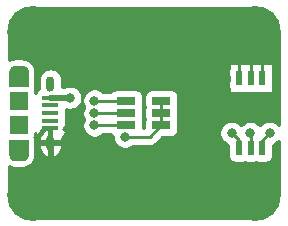
<source format=gbr>
G04 #@! TF.GenerationSoftware,KiCad,Pcbnew,(5.1.9)-1*
G04 #@! TF.CreationDate,2021-01-27T13:34:44-08:00*
G04 #@! TF.ProjectId,AnalogFaderV1,416e616c-6f67-4466-9164-657256312e6b,rev?*
G04 #@! TF.SameCoordinates,Original*
G04 #@! TF.FileFunction,Copper,L1,Top*
G04 #@! TF.FilePolarity,Positive*
%FSLAX46Y46*%
G04 Gerber Fmt 4.6, Leading zero omitted, Abs format (unit mm)*
G04 Created by KiCad (PCBNEW (5.1.9)-1) date 2021-01-27 13:34:44*
%MOMM*%
%LPD*%
G01*
G04 APERTURE LIST*
G04 #@! TA.AperFunction,EtchedComponent*
%ADD10C,0.001000*%
G04 #@! TD*
G04 #@! TA.AperFunction,ComponentPad*
%ADD11C,4.399999*%
G04 #@! TD*
G04 #@! TA.AperFunction,SMDPad,CuDef*
%ADD12R,1.350000X0.400000*%
G04 #@! TD*
G04 #@! TA.AperFunction,ComponentPad*
%ADD13O,0.650000X1.300000*%
G04 #@! TD*
G04 #@! TA.AperFunction,ComponentPad*
%ADD14O,1.550000X0.775000*%
G04 #@! TD*
G04 #@! TA.AperFunction,SMDPad,CuDef*
%ADD15R,1.550000X1.500000*%
G04 #@! TD*
G04 #@! TA.AperFunction,SMDPad,CuDef*
%ADD16R,0.500000X1.200000*%
G04 #@! TD*
G04 #@! TA.AperFunction,SMDPad,CuDef*
%ADD17R,1.600000X0.700000*%
G04 #@! TD*
G04 #@! TA.AperFunction,ViaPad*
%ADD18C,0.800000*%
G04 #@! TD*
G04 #@! TA.AperFunction,Conductor*
%ADD19C,0.457200*%
G04 #@! TD*
G04 #@! TA.AperFunction,Conductor*
%ADD20C,0.250000*%
G04 #@! TD*
G04 #@! TA.AperFunction,Conductor*
%ADD21C,0.482600*%
G04 #@! TD*
G04 #@! TA.AperFunction,Conductor*
%ADD22C,0.254000*%
G04 #@! TD*
G04 #@! TA.AperFunction,Conductor*
%ADD23C,0.100000*%
G04 #@! TD*
G04 APERTURE END LIST*
D10*
G36*
X110926900Y-51189900D02*
G01*
X112481900Y-51189900D01*
X112481900Y-52387400D01*
X112281900Y-52387400D01*
X112281562Y-52375631D01*
X112280540Y-52362648D01*
X112278841Y-52349736D01*
X112276467Y-52336931D01*
X112273427Y-52324268D01*
X112269728Y-52311781D01*
X112265381Y-52299505D01*
X112260397Y-52287473D01*
X112254791Y-52275718D01*
X112248577Y-52264273D01*
X112241772Y-52253169D01*
X112234396Y-52242437D01*
X112226467Y-52232105D01*
X112218010Y-52222202D01*
X112209045Y-52212755D01*
X112199598Y-52203790D01*
X112189695Y-52195333D01*
X112179363Y-52187404D01*
X112168631Y-52180028D01*
X112157527Y-52173223D01*
X112146082Y-52167009D01*
X112134327Y-52161403D01*
X112122295Y-52156419D01*
X112110019Y-52152072D01*
X112097532Y-52148373D01*
X112084869Y-52145333D01*
X112072064Y-52142959D01*
X112059152Y-52141260D01*
X112046169Y-52140238D01*
X112031900Y-52139900D01*
X112021900Y-52139900D01*
X111391900Y-52139900D01*
X111381900Y-52139900D01*
X111368816Y-52140243D01*
X111355768Y-52141270D01*
X111342791Y-52142978D01*
X111329922Y-52145363D01*
X111317195Y-52148419D01*
X111304646Y-52152136D01*
X111292308Y-52156505D01*
X111280216Y-52161514D01*
X111268402Y-52167148D01*
X111256900Y-52173394D01*
X111245740Y-52180232D01*
X111234954Y-52187646D01*
X111224570Y-52195614D01*
X111214617Y-52204114D01*
X111205123Y-52213123D01*
X111196114Y-52222617D01*
X111187614Y-52232570D01*
X111179646Y-52242954D01*
X111172232Y-52253740D01*
X111165394Y-52264900D01*
X111159148Y-52276402D01*
X111153514Y-52288216D01*
X111148505Y-52300308D01*
X111144136Y-52312646D01*
X111140419Y-52325195D01*
X111137363Y-52337922D01*
X111134978Y-52350791D01*
X111133270Y-52363768D01*
X111132243Y-52376816D01*
X111131900Y-52389900D01*
X111132243Y-52402984D01*
X111133270Y-52416032D01*
X111134978Y-52429009D01*
X111137363Y-52441878D01*
X111140419Y-52454605D01*
X111144136Y-52467154D01*
X111148505Y-52479492D01*
X111153514Y-52491584D01*
X111159148Y-52503398D01*
X111165394Y-52514900D01*
X111172232Y-52526060D01*
X111179646Y-52536846D01*
X111187614Y-52547230D01*
X111196114Y-52557183D01*
X111205123Y-52566677D01*
X111214617Y-52575686D01*
X111224570Y-52584186D01*
X111234954Y-52592154D01*
X111245740Y-52599568D01*
X111256900Y-52606406D01*
X111268402Y-52612652D01*
X111280216Y-52618286D01*
X111292308Y-52623295D01*
X111304646Y-52627664D01*
X111317195Y-52631381D01*
X111329922Y-52634437D01*
X111342791Y-52636822D01*
X111355768Y-52638530D01*
X111368816Y-52639557D01*
X111381900Y-52639900D01*
X112031900Y-52639900D01*
X112046169Y-52639562D01*
X112059152Y-52638540D01*
X112072064Y-52636841D01*
X112084869Y-52634467D01*
X112097532Y-52631427D01*
X112110019Y-52627728D01*
X112122295Y-52623381D01*
X112134327Y-52618397D01*
X112146082Y-52612791D01*
X112157527Y-52606577D01*
X112168631Y-52599772D01*
X112179363Y-52592396D01*
X112189695Y-52584467D01*
X112199598Y-52576010D01*
X112209045Y-52567045D01*
X112218010Y-52557598D01*
X112226467Y-52547695D01*
X112234396Y-52537363D01*
X112241772Y-52526631D01*
X112248577Y-52515527D01*
X112254791Y-52504082D01*
X112260397Y-52492327D01*
X112265381Y-52480295D01*
X112269728Y-52468019D01*
X112273427Y-52455532D01*
X112276467Y-52442869D01*
X112278841Y-52430064D01*
X112280540Y-52417152D01*
X112281562Y-52404169D01*
X112281900Y-52392400D01*
X112481900Y-52392400D01*
X112481218Y-52417253D01*
X112479169Y-52443284D01*
X112475761Y-52469172D01*
X112471003Y-52494846D01*
X112464907Y-52520236D01*
X112457491Y-52545273D01*
X112448775Y-52569887D01*
X112438782Y-52594011D01*
X112427541Y-52617578D01*
X112415082Y-52640526D01*
X112401438Y-52662790D01*
X112386648Y-52684309D01*
X112370753Y-52705025D01*
X112353795Y-52724880D01*
X112335821Y-52743821D01*
X112316880Y-52761795D01*
X112297025Y-52778753D01*
X112276309Y-52794648D01*
X112254790Y-52809438D01*
X112232526Y-52823082D01*
X112209578Y-52835541D01*
X112186011Y-52846782D01*
X112161887Y-52856775D01*
X112137273Y-52865491D01*
X112112236Y-52872907D01*
X112086846Y-52879003D01*
X112061172Y-52883761D01*
X112035284Y-52887169D01*
X112009253Y-52889218D01*
X111981900Y-52889900D01*
X111431900Y-52889900D01*
X111405732Y-52889215D01*
X111379636Y-52887161D01*
X111353683Y-52883744D01*
X111327944Y-52878974D01*
X111302490Y-52872863D01*
X111277392Y-52865428D01*
X111252716Y-52856690D01*
X111228532Y-52846673D01*
X111204905Y-52835403D01*
X111181900Y-52822913D01*
X111159580Y-52809235D01*
X111138007Y-52794408D01*
X111117240Y-52778473D01*
X111097335Y-52761472D01*
X111078347Y-52743453D01*
X111060328Y-52724465D01*
X111043327Y-52704560D01*
X111027392Y-52683793D01*
X111012565Y-52662220D01*
X110998887Y-52639900D01*
X110986397Y-52616895D01*
X110975127Y-52593268D01*
X110965110Y-52569084D01*
X110956372Y-52544408D01*
X110948937Y-52519310D01*
X110942826Y-52493856D01*
X110938056Y-52468117D01*
X110934639Y-52442164D01*
X110932585Y-52416068D01*
X110931900Y-52389900D01*
X110931900Y-51194900D01*
X110926900Y-51194900D01*
X110926900Y-51189900D01*
G37*
X110926900Y-51189900D02*
X112481900Y-51189900D01*
X112481900Y-52387400D01*
X112281900Y-52387400D01*
X112281562Y-52375631D01*
X112280540Y-52362648D01*
X112278841Y-52349736D01*
X112276467Y-52336931D01*
X112273427Y-52324268D01*
X112269728Y-52311781D01*
X112265381Y-52299505D01*
X112260397Y-52287473D01*
X112254791Y-52275718D01*
X112248577Y-52264273D01*
X112241772Y-52253169D01*
X112234396Y-52242437D01*
X112226467Y-52232105D01*
X112218010Y-52222202D01*
X112209045Y-52212755D01*
X112199598Y-52203790D01*
X112189695Y-52195333D01*
X112179363Y-52187404D01*
X112168631Y-52180028D01*
X112157527Y-52173223D01*
X112146082Y-52167009D01*
X112134327Y-52161403D01*
X112122295Y-52156419D01*
X112110019Y-52152072D01*
X112097532Y-52148373D01*
X112084869Y-52145333D01*
X112072064Y-52142959D01*
X112059152Y-52141260D01*
X112046169Y-52140238D01*
X112031900Y-52139900D01*
X112021900Y-52139900D01*
X111391900Y-52139900D01*
X111381900Y-52139900D01*
X111368816Y-52140243D01*
X111355768Y-52141270D01*
X111342791Y-52142978D01*
X111329922Y-52145363D01*
X111317195Y-52148419D01*
X111304646Y-52152136D01*
X111292308Y-52156505D01*
X111280216Y-52161514D01*
X111268402Y-52167148D01*
X111256900Y-52173394D01*
X111245740Y-52180232D01*
X111234954Y-52187646D01*
X111224570Y-52195614D01*
X111214617Y-52204114D01*
X111205123Y-52213123D01*
X111196114Y-52222617D01*
X111187614Y-52232570D01*
X111179646Y-52242954D01*
X111172232Y-52253740D01*
X111165394Y-52264900D01*
X111159148Y-52276402D01*
X111153514Y-52288216D01*
X111148505Y-52300308D01*
X111144136Y-52312646D01*
X111140419Y-52325195D01*
X111137363Y-52337922D01*
X111134978Y-52350791D01*
X111133270Y-52363768D01*
X111132243Y-52376816D01*
X111131900Y-52389900D01*
X111132243Y-52402984D01*
X111133270Y-52416032D01*
X111134978Y-52429009D01*
X111137363Y-52441878D01*
X111140419Y-52454605D01*
X111144136Y-52467154D01*
X111148505Y-52479492D01*
X111153514Y-52491584D01*
X111159148Y-52503398D01*
X111165394Y-52514900D01*
X111172232Y-52526060D01*
X111179646Y-52536846D01*
X111187614Y-52547230D01*
X111196114Y-52557183D01*
X111205123Y-52566677D01*
X111214617Y-52575686D01*
X111224570Y-52584186D01*
X111234954Y-52592154D01*
X111245740Y-52599568D01*
X111256900Y-52606406D01*
X111268402Y-52612652D01*
X111280216Y-52618286D01*
X111292308Y-52623295D01*
X111304646Y-52627664D01*
X111317195Y-52631381D01*
X111329922Y-52634437D01*
X111342791Y-52636822D01*
X111355768Y-52638530D01*
X111368816Y-52639557D01*
X111381900Y-52639900D01*
X112031900Y-52639900D01*
X112046169Y-52639562D01*
X112059152Y-52638540D01*
X112072064Y-52636841D01*
X112084869Y-52634467D01*
X112097532Y-52631427D01*
X112110019Y-52627728D01*
X112122295Y-52623381D01*
X112134327Y-52618397D01*
X112146082Y-52612791D01*
X112157527Y-52606577D01*
X112168631Y-52599772D01*
X112179363Y-52592396D01*
X112189695Y-52584467D01*
X112199598Y-52576010D01*
X112209045Y-52567045D01*
X112218010Y-52557598D01*
X112226467Y-52547695D01*
X112234396Y-52537363D01*
X112241772Y-52526631D01*
X112248577Y-52515527D01*
X112254791Y-52504082D01*
X112260397Y-52492327D01*
X112265381Y-52480295D01*
X112269728Y-52468019D01*
X112273427Y-52455532D01*
X112276467Y-52442869D01*
X112278841Y-52430064D01*
X112280540Y-52417152D01*
X112281562Y-52404169D01*
X112281900Y-52392400D01*
X112481900Y-52392400D01*
X112481218Y-52417253D01*
X112479169Y-52443284D01*
X112475761Y-52469172D01*
X112471003Y-52494846D01*
X112464907Y-52520236D01*
X112457491Y-52545273D01*
X112448775Y-52569887D01*
X112438782Y-52594011D01*
X112427541Y-52617578D01*
X112415082Y-52640526D01*
X112401438Y-52662790D01*
X112386648Y-52684309D01*
X112370753Y-52705025D01*
X112353795Y-52724880D01*
X112335821Y-52743821D01*
X112316880Y-52761795D01*
X112297025Y-52778753D01*
X112276309Y-52794648D01*
X112254790Y-52809438D01*
X112232526Y-52823082D01*
X112209578Y-52835541D01*
X112186011Y-52846782D01*
X112161887Y-52856775D01*
X112137273Y-52865491D01*
X112112236Y-52872907D01*
X112086846Y-52879003D01*
X112061172Y-52883761D01*
X112035284Y-52887169D01*
X112009253Y-52889218D01*
X111981900Y-52889900D01*
X111431900Y-52889900D01*
X111405732Y-52889215D01*
X111379636Y-52887161D01*
X111353683Y-52883744D01*
X111327944Y-52878974D01*
X111302490Y-52872863D01*
X111277392Y-52865428D01*
X111252716Y-52856690D01*
X111228532Y-52846673D01*
X111204905Y-52835403D01*
X111181900Y-52822913D01*
X111159580Y-52809235D01*
X111138007Y-52794408D01*
X111117240Y-52778473D01*
X111097335Y-52761472D01*
X111078347Y-52743453D01*
X111060328Y-52724465D01*
X111043327Y-52704560D01*
X111027392Y-52683793D01*
X111012565Y-52662220D01*
X110998887Y-52639900D01*
X110986397Y-52616895D01*
X110975127Y-52593268D01*
X110965110Y-52569084D01*
X110956372Y-52544408D01*
X110948937Y-52519310D01*
X110942826Y-52493856D01*
X110938056Y-52468117D01*
X110934639Y-52442164D01*
X110932585Y-52416068D01*
X110931900Y-52389900D01*
X110931900Y-51194900D01*
X110926900Y-51194900D01*
X110926900Y-51189900D01*
G36*
X112486900Y-46589900D02*
G01*
X110931900Y-46589900D01*
X110931900Y-45392400D01*
X111131900Y-45392400D01*
X111132238Y-45404169D01*
X111133260Y-45417152D01*
X111134959Y-45430064D01*
X111137333Y-45442869D01*
X111140373Y-45455532D01*
X111144072Y-45468019D01*
X111148419Y-45480295D01*
X111153403Y-45492327D01*
X111159009Y-45504082D01*
X111165223Y-45515527D01*
X111172028Y-45526631D01*
X111179404Y-45537363D01*
X111187333Y-45547695D01*
X111195790Y-45557598D01*
X111204755Y-45567045D01*
X111214202Y-45576010D01*
X111224105Y-45584467D01*
X111234437Y-45592396D01*
X111245169Y-45599772D01*
X111256273Y-45606577D01*
X111267718Y-45612791D01*
X111279473Y-45618397D01*
X111291505Y-45623381D01*
X111303781Y-45627728D01*
X111316268Y-45631427D01*
X111328931Y-45634467D01*
X111341736Y-45636841D01*
X111354648Y-45638540D01*
X111367631Y-45639562D01*
X111381900Y-45639900D01*
X111391900Y-45639900D01*
X112021900Y-45639900D01*
X112031900Y-45639900D01*
X112044984Y-45639557D01*
X112058032Y-45638530D01*
X112071009Y-45636822D01*
X112083878Y-45634437D01*
X112096605Y-45631381D01*
X112109154Y-45627664D01*
X112121492Y-45623295D01*
X112133584Y-45618286D01*
X112145398Y-45612652D01*
X112156900Y-45606406D01*
X112168060Y-45599568D01*
X112178846Y-45592154D01*
X112189230Y-45584186D01*
X112199183Y-45575686D01*
X112208677Y-45566677D01*
X112217686Y-45557183D01*
X112226186Y-45547230D01*
X112234154Y-45536846D01*
X112241568Y-45526060D01*
X112248406Y-45514900D01*
X112254652Y-45503398D01*
X112260286Y-45491584D01*
X112265295Y-45479492D01*
X112269664Y-45467154D01*
X112273381Y-45454605D01*
X112276437Y-45441878D01*
X112278822Y-45429009D01*
X112280530Y-45416032D01*
X112281557Y-45402984D01*
X112281900Y-45389900D01*
X112281557Y-45376816D01*
X112280530Y-45363768D01*
X112278822Y-45350791D01*
X112276437Y-45337922D01*
X112273381Y-45325195D01*
X112269664Y-45312646D01*
X112265295Y-45300308D01*
X112260286Y-45288216D01*
X112254652Y-45276402D01*
X112248406Y-45264900D01*
X112241568Y-45253740D01*
X112234154Y-45242954D01*
X112226186Y-45232570D01*
X112217686Y-45222617D01*
X112208677Y-45213123D01*
X112199183Y-45204114D01*
X112189230Y-45195614D01*
X112178846Y-45187646D01*
X112168060Y-45180232D01*
X112156900Y-45173394D01*
X112145398Y-45167148D01*
X112133584Y-45161514D01*
X112121492Y-45156505D01*
X112109154Y-45152136D01*
X112096605Y-45148419D01*
X112083878Y-45145363D01*
X112071009Y-45142978D01*
X112058032Y-45141270D01*
X112044984Y-45140243D01*
X112031900Y-45139900D01*
X111381900Y-45139900D01*
X111367631Y-45140238D01*
X111354648Y-45141260D01*
X111341736Y-45142959D01*
X111328931Y-45145333D01*
X111316268Y-45148373D01*
X111303781Y-45152072D01*
X111291505Y-45156419D01*
X111279473Y-45161403D01*
X111267718Y-45167009D01*
X111256273Y-45173223D01*
X111245169Y-45180028D01*
X111234437Y-45187404D01*
X111224105Y-45195333D01*
X111214202Y-45203790D01*
X111204755Y-45212755D01*
X111195790Y-45222202D01*
X111187333Y-45232105D01*
X111179404Y-45242437D01*
X111172028Y-45253169D01*
X111165223Y-45264273D01*
X111159009Y-45275718D01*
X111153403Y-45287473D01*
X111148419Y-45299505D01*
X111144072Y-45311781D01*
X111140373Y-45324268D01*
X111137333Y-45336931D01*
X111134959Y-45349736D01*
X111133260Y-45362648D01*
X111132238Y-45375631D01*
X111131900Y-45387400D01*
X110931900Y-45387400D01*
X110932582Y-45362547D01*
X110934631Y-45336516D01*
X110938039Y-45310628D01*
X110942797Y-45284954D01*
X110948893Y-45259564D01*
X110956309Y-45234527D01*
X110965025Y-45209913D01*
X110975018Y-45185789D01*
X110986259Y-45162222D01*
X110998718Y-45139274D01*
X111012362Y-45117010D01*
X111027152Y-45095491D01*
X111043047Y-45074775D01*
X111060005Y-45054920D01*
X111077979Y-45035979D01*
X111096920Y-45018005D01*
X111116775Y-45001047D01*
X111137491Y-44985152D01*
X111159010Y-44970362D01*
X111181274Y-44956718D01*
X111204222Y-44944259D01*
X111227789Y-44933018D01*
X111251913Y-44923025D01*
X111276527Y-44914309D01*
X111301564Y-44906893D01*
X111326954Y-44900797D01*
X111352628Y-44896039D01*
X111378516Y-44892631D01*
X111404547Y-44890582D01*
X111431900Y-44889900D01*
X111981900Y-44889900D01*
X112008068Y-44890585D01*
X112034164Y-44892639D01*
X112060117Y-44896056D01*
X112085856Y-44900826D01*
X112111310Y-44906937D01*
X112136408Y-44914372D01*
X112161084Y-44923110D01*
X112185268Y-44933127D01*
X112208895Y-44944397D01*
X112231900Y-44956887D01*
X112254220Y-44970565D01*
X112275793Y-44985392D01*
X112296560Y-45001327D01*
X112316465Y-45018328D01*
X112335453Y-45036347D01*
X112353472Y-45055335D01*
X112370473Y-45075240D01*
X112386408Y-45096007D01*
X112401235Y-45117580D01*
X112414913Y-45139900D01*
X112427403Y-45162905D01*
X112438673Y-45186532D01*
X112448690Y-45210716D01*
X112457428Y-45235392D01*
X112464863Y-45260490D01*
X112470974Y-45285944D01*
X112475744Y-45311683D01*
X112479161Y-45337636D01*
X112481215Y-45363732D01*
X112481900Y-45389900D01*
X112481900Y-46584900D01*
X112486900Y-46584900D01*
X112486900Y-46589900D01*
G37*
X112486900Y-46589900D02*
X110931900Y-46589900D01*
X110931900Y-45392400D01*
X111131900Y-45392400D01*
X111132238Y-45404169D01*
X111133260Y-45417152D01*
X111134959Y-45430064D01*
X111137333Y-45442869D01*
X111140373Y-45455532D01*
X111144072Y-45468019D01*
X111148419Y-45480295D01*
X111153403Y-45492327D01*
X111159009Y-45504082D01*
X111165223Y-45515527D01*
X111172028Y-45526631D01*
X111179404Y-45537363D01*
X111187333Y-45547695D01*
X111195790Y-45557598D01*
X111204755Y-45567045D01*
X111214202Y-45576010D01*
X111224105Y-45584467D01*
X111234437Y-45592396D01*
X111245169Y-45599772D01*
X111256273Y-45606577D01*
X111267718Y-45612791D01*
X111279473Y-45618397D01*
X111291505Y-45623381D01*
X111303781Y-45627728D01*
X111316268Y-45631427D01*
X111328931Y-45634467D01*
X111341736Y-45636841D01*
X111354648Y-45638540D01*
X111367631Y-45639562D01*
X111381900Y-45639900D01*
X111391900Y-45639900D01*
X112021900Y-45639900D01*
X112031900Y-45639900D01*
X112044984Y-45639557D01*
X112058032Y-45638530D01*
X112071009Y-45636822D01*
X112083878Y-45634437D01*
X112096605Y-45631381D01*
X112109154Y-45627664D01*
X112121492Y-45623295D01*
X112133584Y-45618286D01*
X112145398Y-45612652D01*
X112156900Y-45606406D01*
X112168060Y-45599568D01*
X112178846Y-45592154D01*
X112189230Y-45584186D01*
X112199183Y-45575686D01*
X112208677Y-45566677D01*
X112217686Y-45557183D01*
X112226186Y-45547230D01*
X112234154Y-45536846D01*
X112241568Y-45526060D01*
X112248406Y-45514900D01*
X112254652Y-45503398D01*
X112260286Y-45491584D01*
X112265295Y-45479492D01*
X112269664Y-45467154D01*
X112273381Y-45454605D01*
X112276437Y-45441878D01*
X112278822Y-45429009D01*
X112280530Y-45416032D01*
X112281557Y-45402984D01*
X112281900Y-45389900D01*
X112281557Y-45376816D01*
X112280530Y-45363768D01*
X112278822Y-45350791D01*
X112276437Y-45337922D01*
X112273381Y-45325195D01*
X112269664Y-45312646D01*
X112265295Y-45300308D01*
X112260286Y-45288216D01*
X112254652Y-45276402D01*
X112248406Y-45264900D01*
X112241568Y-45253740D01*
X112234154Y-45242954D01*
X112226186Y-45232570D01*
X112217686Y-45222617D01*
X112208677Y-45213123D01*
X112199183Y-45204114D01*
X112189230Y-45195614D01*
X112178846Y-45187646D01*
X112168060Y-45180232D01*
X112156900Y-45173394D01*
X112145398Y-45167148D01*
X112133584Y-45161514D01*
X112121492Y-45156505D01*
X112109154Y-45152136D01*
X112096605Y-45148419D01*
X112083878Y-45145363D01*
X112071009Y-45142978D01*
X112058032Y-45141270D01*
X112044984Y-45140243D01*
X112031900Y-45139900D01*
X111381900Y-45139900D01*
X111367631Y-45140238D01*
X111354648Y-45141260D01*
X111341736Y-45142959D01*
X111328931Y-45145333D01*
X111316268Y-45148373D01*
X111303781Y-45152072D01*
X111291505Y-45156419D01*
X111279473Y-45161403D01*
X111267718Y-45167009D01*
X111256273Y-45173223D01*
X111245169Y-45180028D01*
X111234437Y-45187404D01*
X111224105Y-45195333D01*
X111214202Y-45203790D01*
X111204755Y-45212755D01*
X111195790Y-45222202D01*
X111187333Y-45232105D01*
X111179404Y-45242437D01*
X111172028Y-45253169D01*
X111165223Y-45264273D01*
X111159009Y-45275718D01*
X111153403Y-45287473D01*
X111148419Y-45299505D01*
X111144072Y-45311781D01*
X111140373Y-45324268D01*
X111137333Y-45336931D01*
X111134959Y-45349736D01*
X111133260Y-45362648D01*
X111132238Y-45375631D01*
X111131900Y-45387400D01*
X110931900Y-45387400D01*
X110932582Y-45362547D01*
X110934631Y-45336516D01*
X110938039Y-45310628D01*
X110942797Y-45284954D01*
X110948893Y-45259564D01*
X110956309Y-45234527D01*
X110965025Y-45209913D01*
X110975018Y-45185789D01*
X110986259Y-45162222D01*
X110998718Y-45139274D01*
X111012362Y-45117010D01*
X111027152Y-45095491D01*
X111043047Y-45074775D01*
X111060005Y-45054920D01*
X111077979Y-45035979D01*
X111096920Y-45018005D01*
X111116775Y-45001047D01*
X111137491Y-44985152D01*
X111159010Y-44970362D01*
X111181274Y-44956718D01*
X111204222Y-44944259D01*
X111227789Y-44933018D01*
X111251913Y-44923025D01*
X111276527Y-44914309D01*
X111301564Y-44906893D01*
X111326954Y-44900797D01*
X111352628Y-44896039D01*
X111378516Y-44892631D01*
X111404547Y-44890582D01*
X111431900Y-44889900D01*
X111981900Y-44889900D01*
X112008068Y-44890585D01*
X112034164Y-44892639D01*
X112060117Y-44896056D01*
X112085856Y-44900826D01*
X112111310Y-44906937D01*
X112136408Y-44914372D01*
X112161084Y-44923110D01*
X112185268Y-44933127D01*
X112208895Y-44944397D01*
X112231900Y-44956887D01*
X112254220Y-44970565D01*
X112275793Y-44985392D01*
X112296560Y-45001327D01*
X112316465Y-45018328D01*
X112335453Y-45036347D01*
X112353472Y-45055335D01*
X112370473Y-45075240D01*
X112386408Y-45096007D01*
X112401235Y-45117580D01*
X112414913Y-45139900D01*
X112427403Y-45162905D01*
X112438673Y-45186532D01*
X112448690Y-45210716D01*
X112457428Y-45235392D01*
X112464863Y-45260490D01*
X112470974Y-45285944D01*
X112475744Y-45311683D01*
X112479161Y-45337636D01*
X112481215Y-45363732D01*
X112481900Y-45389900D01*
X112481900Y-46584900D01*
X112486900Y-46584900D01*
X112486900Y-46589900D01*
D11*
X112915700Y-55791100D03*
X131749800Y-55791100D03*
X131749800Y-41986200D03*
X112915700Y-41986200D03*
D12*
X114406900Y-47589900D03*
X114406900Y-48239900D03*
X114406900Y-48889900D03*
X114406900Y-49539900D03*
X114406900Y-50189900D03*
D13*
X114406900Y-46389900D03*
X114406900Y-51389900D03*
D14*
X111706900Y-45389900D03*
D15*
X111706900Y-47889900D03*
X111706900Y-49889900D03*
D14*
X111706900Y-52389900D03*
D16*
X130343400Y-45957700D03*
X131343400Y-45957700D03*
X132343400Y-45957700D03*
X130343400Y-51857700D03*
X131343400Y-51857700D03*
X132343400Y-51857700D03*
D17*
X120801000Y-47832300D03*
X120801000Y-48882300D03*
X120801000Y-49932300D03*
X123801000Y-47832300D03*
X123801000Y-48882300D03*
X123801000Y-49932300D03*
D18*
X120472200Y-46126400D03*
X125984000Y-46482000D03*
X124498100Y-52578000D03*
X117525800Y-52819300D03*
X118122700Y-47828200D03*
X118122700Y-48907700D03*
X120713500Y-50882302D03*
X116039900Y-47586900D03*
X132969000Y-50558700D03*
X131330700Y-50584100D03*
X129743200Y-50571400D03*
X118122700Y-49936400D03*
D19*
X114406900Y-50189900D02*
X114406900Y-51389900D01*
X114406900Y-50189900D02*
X113944900Y-50189900D01*
X113944900Y-50189900D02*
X113347500Y-50787300D01*
X113347500Y-50787300D02*
X113347500Y-52311300D01*
X113347500Y-52311300D02*
X113855500Y-52819300D01*
X117983000Y-52819300D02*
X119392700Y-51409600D01*
X113855500Y-52819300D02*
X117525800Y-52819300D01*
D20*
X132343400Y-42579800D02*
X131749800Y-41986200D01*
X132343400Y-45957700D02*
X132343400Y-42579800D01*
X131343400Y-42392600D02*
X131749800Y-41986200D01*
X131343400Y-45957700D02*
X131343400Y-42392600D01*
X130343400Y-43392600D02*
X131749800Y-41986200D01*
X130343400Y-45957700D02*
X130343400Y-43392600D01*
D19*
X117525800Y-52819300D02*
X117983000Y-52819300D01*
D20*
X118126800Y-47832300D02*
X118122700Y-47828200D01*
X120801000Y-47832300D02*
X118126800Y-47832300D01*
X118872000Y-48882300D02*
X120801000Y-48882300D01*
X118148100Y-48882300D02*
X118122700Y-48907700D01*
X120801000Y-48882300D02*
X118148100Y-48882300D01*
X123801000Y-47832300D02*
X123801000Y-48882300D01*
X123801000Y-48882300D02*
X123801000Y-49932300D01*
X123716200Y-47917100D02*
X123801000Y-47832300D01*
X122850998Y-50882302D02*
X123801000Y-49932300D01*
X120713500Y-50882302D02*
X122850998Y-50882302D01*
X116036900Y-47589900D02*
X116039900Y-47586900D01*
D21*
X114406900Y-47589900D02*
X116036900Y-47589900D01*
D20*
X132343400Y-51184300D02*
X132969000Y-50558700D01*
X132343400Y-51857700D02*
X132343400Y-51184300D01*
X131343400Y-50622200D02*
X131330700Y-50609500D01*
X131343400Y-51857700D02*
X131343400Y-50622200D01*
X130343400Y-51171600D02*
X129743200Y-50571400D01*
X130343400Y-51857700D02*
X130343400Y-51171600D01*
X118126800Y-49932300D02*
X118122700Y-49936400D01*
X120801000Y-49932300D02*
X118126800Y-49932300D01*
D22*
X131811625Y-40015072D02*
X133698948Y-41706817D01*
X133731400Y-42015582D01*
X133731401Y-49857390D01*
X133628774Y-49754763D01*
X133459256Y-49641495D01*
X133270898Y-49563474D01*
X133070939Y-49523700D01*
X132867061Y-49523700D01*
X132667102Y-49563474D01*
X132478744Y-49641495D01*
X132309226Y-49754763D01*
X132165063Y-49898926D01*
X132141364Y-49934394D01*
X132134637Y-49924326D01*
X131990474Y-49780163D01*
X131820956Y-49666895D01*
X131632598Y-49588874D01*
X131432639Y-49549100D01*
X131228761Y-49549100D01*
X131028802Y-49588874D01*
X130840444Y-49666895D01*
X130670926Y-49780163D01*
X130543300Y-49907789D01*
X130402974Y-49767463D01*
X130233456Y-49654195D01*
X130045098Y-49576174D01*
X129845139Y-49536400D01*
X129641261Y-49536400D01*
X129441302Y-49576174D01*
X129252944Y-49654195D01*
X129083426Y-49767463D01*
X128939263Y-49911626D01*
X128825995Y-50081144D01*
X128747974Y-50269502D01*
X128708200Y-50469461D01*
X128708200Y-50673339D01*
X128747974Y-50873298D01*
X128825995Y-51061656D01*
X128939263Y-51231174D01*
X129083426Y-51375337D01*
X129252944Y-51488605D01*
X129441302Y-51566626D01*
X129455328Y-51569416D01*
X129455328Y-52457700D01*
X129467588Y-52582182D01*
X129503898Y-52701880D01*
X129562863Y-52812194D01*
X129642215Y-52908885D01*
X129738906Y-52988237D01*
X129849220Y-53047202D01*
X129968918Y-53083512D01*
X130093400Y-53095772D01*
X130593400Y-53095772D01*
X130717882Y-53083512D01*
X130837580Y-53047202D01*
X130843400Y-53044091D01*
X130849220Y-53047202D01*
X130968918Y-53083512D01*
X131093400Y-53095772D01*
X131593400Y-53095772D01*
X131717882Y-53083512D01*
X131837580Y-53047202D01*
X131843400Y-53044091D01*
X131849220Y-53047202D01*
X131968918Y-53083512D01*
X132093400Y-53095772D01*
X132593400Y-53095772D01*
X132717882Y-53083512D01*
X132837580Y-53047202D01*
X132947894Y-52988237D01*
X133044585Y-52908885D01*
X133123937Y-52812194D01*
X133182902Y-52701880D01*
X133219212Y-52582182D01*
X133231472Y-52457700D01*
X133231472Y-51561768D01*
X133270898Y-51553926D01*
X133459256Y-51475905D01*
X133628774Y-51362637D01*
X133731401Y-51260010D01*
X133731401Y-55746111D01*
X133699658Y-56069846D01*
X131810505Y-57763232D01*
X131720418Y-57772700D01*
X112947979Y-57772700D01*
X112855435Y-57763626D01*
X110952531Y-56057915D01*
X110921400Y-55761718D01*
X110921400Y-53403918D01*
X110923323Y-53405115D01*
X110931305Y-53408991D01*
X110954932Y-53420261D01*
X110966446Y-53424429D01*
X110977170Y-53430349D01*
X110985344Y-53433801D01*
X111009527Y-53443818D01*
X111021235Y-53447375D01*
X111032243Y-53452720D01*
X111040587Y-53455740D01*
X111065262Y-53464478D01*
X111077131Y-53467415D01*
X111088396Y-53472174D01*
X111096886Y-53474754D01*
X111121984Y-53482189D01*
X111134010Y-53484505D01*
X111145521Y-53488672D01*
X111154135Y-53490804D01*
X111179588Y-53496915D01*
X111191716Y-53498598D01*
X111203431Y-53502157D01*
X111212144Y-53503834D01*
X111237882Y-53508604D01*
X111250064Y-53509648D01*
X111261939Y-53512587D01*
X111270728Y-53513807D01*
X111296681Y-53517224D01*
X111308913Y-53517630D01*
X111320930Y-53519944D01*
X111329770Y-53520702D01*
X111355867Y-53522756D01*
X111368111Y-53522521D01*
X111380234Y-53524203D01*
X111389102Y-53524497D01*
X111415270Y-53525182D01*
X111419154Y-53524904D01*
X111423027Y-53525338D01*
X111431900Y-53525400D01*
X111981900Y-53525400D01*
X111985381Y-53525059D01*
X111988868Y-53525362D01*
X111997740Y-53525203D01*
X112025094Y-53524521D01*
X112037641Y-53522974D01*
X112050271Y-53523393D01*
X112059121Y-53522758D01*
X112085153Y-53520709D01*
X112097190Y-53518565D01*
X112109423Y-53518330D01*
X112118228Y-53517233D01*
X112144116Y-53513825D01*
X112156034Y-53511052D01*
X112168238Y-53510177D01*
X112176973Y-53508621D01*
X112202647Y-53503863D01*
X112214413Y-53500467D01*
X112226567Y-53498953D01*
X112235210Y-53496942D01*
X112260600Y-53490846D01*
X112272159Y-53486843D01*
X112284196Y-53484699D01*
X112292721Y-53482239D01*
X112317758Y-53474823D01*
X112329098Y-53470219D01*
X112341017Y-53467445D01*
X112349401Y-53464542D01*
X112374016Y-53455826D01*
X112385110Y-53450629D01*
X112396872Y-53447234D01*
X112405093Y-53443896D01*
X112429217Y-53433903D01*
X112440007Y-53428142D01*
X112451568Y-53424138D01*
X112459603Y-53420374D01*
X112483170Y-53409133D01*
X112493642Y-53402816D01*
X112504971Y-53398216D01*
X112512798Y-53394037D01*
X112535746Y-53381578D01*
X112545890Y-53374711D01*
X112556987Y-53369512D01*
X112564585Y-53364928D01*
X112586848Y-53351284D01*
X112596607Y-53343903D01*
X112607400Y-53338140D01*
X112614748Y-53333166D01*
X112636267Y-53318375D01*
X112645617Y-53310501D01*
X112656085Y-53304187D01*
X112663162Y-53298835D01*
X112683878Y-53282940D01*
X112692820Y-53274573D01*
X112702965Y-53267704D01*
X112709752Y-53261988D01*
X112729607Y-53245030D01*
X112738088Y-53236217D01*
X112747846Y-53228837D01*
X112754325Y-53222775D01*
X112773266Y-53204800D01*
X112781280Y-53195549D01*
X112790648Y-53187660D01*
X112796801Y-53181266D01*
X112814775Y-53162325D01*
X112822290Y-53152672D01*
X112831221Y-53144314D01*
X112837030Y-53137607D01*
X112853988Y-53117753D01*
X112860997Y-53107706D01*
X112869490Y-53098880D01*
X112874940Y-53091878D01*
X112890835Y-53071163D01*
X112897295Y-53060784D01*
X112905299Y-53051544D01*
X112910376Y-53044267D01*
X112925166Y-53022747D01*
X112931078Y-53012037D01*
X112938595Y-53002382D01*
X112943284Y-52994849D01*
X112956928Y-52972585D01*
X112962279Y-52961565D01*
X112969290Y-52951515D01*
X112973578Y-52943746D01*
X112986037Y-52920798D01*
X112990795Y-52909534D01*
X112997257Y-52899152D01*
X113001133Y-52891170D01*
X113012374Y-52867603D01*
X113016538Y-52856100D01*
X113022450Y-52845391D01*
X113025903Y-52837217D01*
X113035896Y-52813093D01*
X113039455Y-52801378D01*
X113044806Y-52790359D01*
X113047826Y-52782015D01*
X113056542Y-52757401D01*
X113059483Y-52745518D01*
X113064243Y-52734248D01*
X113066823Y-52725758D01*
X113074239Y-52700721D01*
X113076552Y-52688711D01*
X113080714Y-52677213D01*
X113082846Y-52668600D01*
X113088942Y-52643209D01*
X113090626Y-52631077D01*
X113094185Y-52619361D01*
X113095718Y-52611400D01*
X113102105Y-52590345D01*
X113106005Y-52550752D01*
X113109233Y-52526228D01*
X113109638Y-52514001D01*
X113111951Y-52501993D01*
X113112709Y-52493152D01*
X113114758Y-52467121D01*
X113114674Y-52462731D01*
X113121847Y-52389900D01*
X113117400Y-52344749D01*
X113117400Y-51516900D01*
X113446900Y-51516900D01*
X113446900Y-51841900D01*
X113490123Y-52026746D01*
X113568577Y-52199608D01*
X113679247Y-52353843D01*
X113817880Y-52483524D01*
X113979149Y-52583667D01*
X114132606Y-52634880D01*
X114279900Y-52506021D01*
X114279900Y-51516900D01*
X114533900Y-51516900D01*
X114533900Y-52506021D01*
X114681194Y-52634880D01*
X114834651Y-52583667D01*
X114995920Y-52483524D01*
X115134553Y-52353843D01*
X115245223Y-52199608D01*
X115323677Y-52026746D01*
X115366900Y-51841900D01*
X115366900Y-51516900D01*
X114533900Y-51516900D01*
X114279900Y-51516900D01*
X113446900Y-51516900D01*
X113117400Y-51516900D01*
X113117400Y-51189900D01*
X113111570Y-51130444D01*
X113106144Y-51070819D01*
X113105514Y-51068679D01*
X113105297Y-51066464D01*
X113088012Y-51009213D01*
X113071125Y-50951838D01*
X113070094Y-50949865D01*
X113069449Y-50947730D01*
X113053457Y-50917653D01*
X113071402Y-50884080D01*
X113107712Y-50764382D01*
X113119972Y-50639900D01*
X113119972Y-50561186D01*
X113146379Y-50643476D01*
X113207100Y-50752833D01*
X113287988Y-50848243D01*
X113385936Y-50926039D01*
X113446900Y-50957382D01*
X113446900Y-51262900D01*
X114279900Y-51262900D01*
X114279900Y-51242900D01*
X114533900Y-51242900D01*
X114533900Y-51262900D01*
X115366900Y-51262900D01*
X115366900Y-50957382D01*
X115427864Y-50926039D01*
X115525812Y-50848243D01*
X115606700Y-50752833D01*
X115667421Y-50643476D01*
X115705641Y-50524374D01*
X115716900Y-50421650D01*
X115558150Y-50262900D01*
X115445578Y-50262900D01*
X115533085Y-50191085D01*
X115612437Y-50094394D01*
X115648932Y-50026118D01*
X115716900Y-49958150D01*
X115706912Y-49867020D01*
X115707712Y-49864382D01*
X115719972Y-49739900D01*
X115719972Y-49339900D01*
X115707712Y-49215418D01*
X115707555Y-49214900D01*
X115707712Y-49214382D01*
X115719972Y-49089900D01*
X115719972Y-48689900D01*
X115708139Y-48569756D01*
X115738002Y-48582126D01*
X115937961Y-48621900D01*
X116141839Y-48621900D01*
X116341798Y-48582126D01*
X116530156Y-48504105D01*
X116699674Y-48390837D01*
X116843837Y-48246674D01*
X116957105Y-48077156D01*
X117035126Y-47888798D01*
X117067456Y-47726261D01*
X117087700Y-47726261D01*
X117087700Y-47930139D01*
X117127474Y-48130098D01*
X117205495Y-48318456D01*
X117238566Y-48367950D01*
X117205495Y-48417444D01*
X117127474Y-48605802D01*
X117087700Y-48805761D01*
X117087700Y-49009639D01*
X117127474Y-49209598D01*
X117205495Y-49397956D01*
X117221594Y-49422050D01*
X117205495Y-49446144D01*
X117127474Y-49634502D01*
X117087700Y-49834461D01*
X117087700Y-50038339D01*
X117127474Y-50238298D01*
X117205495Y-50426656D01*
X117318763Y-50596174D01*
X117462926Y-50740337D01*
X117632444Y-50853605D01*
X117820802Y-50931626D01*
X118020761Y-50971400D01*
X118224639Y-50971400D01*
X118424598Y-50931626D01*
X118612956Y-50853605D01*
X118782474Y-50740337D01*
X118830511Y-50692300D01*
X119516015Y-50692300D01*
X119549815Y-50733485D01*
X119646506Y-50812837D01*
X119678500Y-50829938D01*
X119678500Y-50984241D01*
X119718274Y-51184200D01*
X119796295Y-51372558D01*
X119909563Y-51542076D01*
X120053726Y-51686239D01*
X120223244Y-51799507D01*
X120411602Y-51877528D01*
X120611561Y-51917302D01*
X120815439Y-51917302D01*
X121015398Y-51877528D01*
X121203756Y-51799507D01*
X121373274Y-51686239D01*
X121417211Y-51642302D01*
X122813676Y-51642302D01*
X122850998Y-51645978D01*
X122888320Y-51642302D01*
X122888331Y-51642302D01*
X122999984Y-51631305D01*
X123143245Y-51587848D01*
X123275274Y-51517276D01*
X123390999Y-51422303D01*
X123414802Y-51393300D01*
X123887730Y-50920372D01*
X124601000Y-50920372D01*
X124725482Y-50908112D01*
X124845180Y-50871802D01*
X124955494Y-50812837D01*
X125052185Y-50733485D01*
X125131537Y-50636794D01*
X125190502Y-50526480D01*
X125226812Y-50406782D01*
X125239072Y-50282300D01*
X125239072Y-49582300D01*
X125226812Y-49457818D01*
X125211488Y-49407300D01*
X125226812Y-49356782D01*
X125239072Y-49232300D01*
X125239072Y-48532300D01*
X125226812Y-48407818D01*
X125211488Y-48357300D01*
X125226812Y-48306782D01*
X125239072Y-48182300D01*
X125239072Y-47482300D01*
X125226812Y-47357818D01*
X125190502Y-47238120D01*
X125131537Y-47127806D01*
X125052185Y-47031115D01*
X124955494Y-46951763D01*
X124845180Y-46892798D01*
X124725482Y-46856488D01*
X124601000Y-46844228D01*
X123001000Y-46844228D01*
X122876518Y-46856488D01*
X122756820Y-46892798D01*
X122646506Y-46951763D01*
X122549815Y-47031115D01*
X122470463Y-47127806D01*
X122411498Y-47238120D01*
X122375188Y-47357818D01*
X122362928Y-47482300D01*
X122362928Y-48182300D01*
X122375188Y-48306782D01*
X122390512Y-48357300D01*
X122375188Y-48407818D01*
X122362928Y-48532300D01*
X122362928Y-49232300D01*
X122375188Y-49356782D01*
X122390512Y-49407300D01*
X122375188Y-49457818D01*
X122362928Y-49582300D01*
X122362928Y-50122302D01*
X122239072Y-50122302D01*
X122239072Y-49582300D01*
X122226812Y-49457818D01*
X122211488Y-49407300D01*
X122226812Y-49356782D01*
X122239072Y-49232300D01*
X122239072Y-48532300D01*
X122226812Y-48407818D01*
X122211488Y-48357300D01*
X122226812Y-48306782D01*
X122239072Y-48182300D01*
X122239072Y-47482300D01*
X122226812Y-47357818D01*
X122190502Y-47238120D01*
X122131537Y-47127806D01*
X122052185Y-47031115D01*
X121955494Y-46951763D01*
X121845180Y-46892798D01*
X121725482Y-46856488D01*
X121601000Y-46844228D01*
X120001000Y-46844228D01*
X119876518Y-46856488D01*
X119756820Y-46892798D01*
X119646506Y-46951763D01*
X119549815Y-47031115D01*
X119516015Y-47072300D01*
X118830511Y-47072300D01*
X118782474Y-47024263D01*
X118612956Y-46910995D01*
X118424598Y-46832974D01*
X118224639Y-46793200D01*
X118020761Y-46793200D01*
X117820802Y-46832974D01*
X117632444Y-46910995D01*
X117462926Y-47024263D01*
X117318763Y-47168426D01*
X117205495Y-47337944D01*
X117127474Y-47526302D01*
X117087700Y-47726261D01*
X117067456Y-47726261D01*
X117074900Y-47688839D01*
X117074900Y-47484961D01*
X117035126Y-47285002D01*
X116957105Y-47096644D01*
X116843837Y-46927126D01*
X116699674Y-46782963D01*
X116530156Y-46669695D01*
X116341798Y-46591674D01*
X116141839Y-46551900D01*
X115937961Y-46551900D01*
X115738002Y-46591674D01*
X115549644Y-46669695D01*
X115483935Y-46713600D01*
X115366900Y-46713600D01*
X115366900Y-46017739D01*
X115353010Y-45876707D01*
X115298116Y-45695746D01*
X115208973Y-45528972D01*
X115089007Y-45382793D01*
X115071883Y-45368739D01*
X129455423Y-45368739D01*
X129458400Y-45671950D01*
X129540000Y-45753550D01*
X129540000Y-46161850D01*
X129458400Y-46243450D01*
X129455423Y-46546661D01*
X129465529Y-46671337D01*
X129499762Y-46791645D01*
X129540000Y-46870163D01*
X129540000Y-47053500D01*
X129542440Y-47078276D01*
X129549667Y-47102101D01*
X129561403Y-47124057D01*
X129577197Y-47143303D01*
X129596443Y-47159097D01*
X129618399Y-47170833D01*
X129642224Y-47178060D01*
X129667000Y-47180500D01*
X129955741Y-47180500D01*
X129958111Y-47181264D01*
X130061650Y-47192700D01*
X130073850Y-47180500D01*
X130612950Y-47180500D01*
X130625150Y-47192700D01*
X130728689Y-47181264D01*
X130731059Y-47180500D01*
X130955741Y-47180500D01*
X130958111Y-47181264D01*
X131061650Y-47192700D01*
X131073850Y-47180500D01*
X131612950Y-47180500D01*
X131625150Y-47192700D01*
X131728689Y-47181264D01*
X131731059Y-47180500D01*
X131955741Y-47180500D01*
X131958111Y-47181264D01*
X132061650Y-47192700D01*
X132073850Y-47180500D01*
X132612950Y-47180500D01*
X132625150Y-47192700D01*
X132728689Y-47181264D01*
X132731059Y-47180500D01*
X133146800Y-47180500D01*
X133171576Y-47178060D01*
X133195401Y-47170833D01*
X133217357Y-47159097D01*
X133236603Y-47143303D01*
X133252397Y-47124057D01*
X133264133Y-47102101D01*
X133271360Y-47078276D01*
X133273800Y-47053500D01*
X133273800Y-44754800D01*
X133271360Y-44730024D01*
X133264133Y-44706199D01*
X133252397Y-44684243D01*
X133236603Y-44664997D01*
X133217357Y-44649203D01*
X133195401Y-44637467D01*
X133171576Y-44630240D01*
X133146800Y-44627800D01*
X129667000Y-44627800D01*
X129642224Y-44630240D01*
X129618399Y-44637467D01*
X129596443Y-44649203D01*
X129577197Y-44664997D01*
X129561403Y-44684243D01*
X129549667Y-44706199D01*
X129542440Y-44730024D01*
X129540000Y-44754800D01*
X129540000Y-45045237D01*
X129499762Y-45123755D01*
X129465529Y-45244063D01*
X129455423Y-45368739D01*
X115071883Y-45368739D01*
X114942828Y-45262827D01*
X114776054Y-45173684D01*
X114595093Y-45118790D01*
X114406900Y-45100255D01*
X114218708Y-45118790D01*
X114037747Y-45173684D01*
X113870973Y-45262827D01*
X113724794Y-45382793D01*
X113604828Y-45528972D01*
X113515685Y-45695746D01*
X113460790Y-45876707D01*
X113446900Y-46017738D01*
X113446900Y-46762061D01*
X113452528Y-46819209D01*
X113377406Y-46859363D01*
X113280715Y-46938715D01*
X113201363Y-47035406D01*
X113142398Y-47145720D01*
X113119972Y-47219649D01*
X113119972Y-47139900D01*
X113107712Y-47015418D01*
X113071402Y-46895720D01*
X113056176Y-46867235D01*
X113071011Y-46840250D01*
X113071686Y-46838124D01*
X113072744Y-46836166D01*
X113090412Y-46779090D01*
X113108513Y-46722028D01*
X113108762Y-46719812D01*
X113109420Y-46717685D01*
X113115674Y-46658187D01*
X113122338Y-46598773D01*
X113122368Y-46594500D01*
X113122385Y-46594337D01*
X113122370Y-46594174D01*
X113122400Y-46589900D01*
X113122400Y-46584900D01*
X113117400Y-46533906D01*
X113117400Y-45435051D01*
X113121847Y-45389900D01*
X113115350Y-45323932D01*
X113115390Y-45322717D01*
X113114756Y-45313867D01*
X113112702Y-45287770D01*
X113110658Y-45276297D01*
X113110544Y-45275137D01*
X113110320Y-45263486D01*
X113109224Y-45254681D01*
X113106466Y-45233733D01*
X113102105Y-45189455D01*
X113092273Y-45157042D01*
X113090926Y-45146231D01*
X113088915Y-45137588D01*
X113082804Y-45112135D01*
X113078798Y-45100566D01*
X113076650Y-45088509D01*
X113074189Y-45079984D01*
X113066754Y-45054886D01*
X113062153Y-45043557D01*
X113059382Y-45031647D01*
X113056478Y-45023262D01*
X113047740Y-44998587D01*
X113042549Y-44987506D01*
X113039156Y-44975749D01*
X113035818Y-44967527D01*
X113025801Y-44943344D01*
X113020034Y-44932542D01*
X113016025Y-44920967D01*
X113012261Y-44912932D01*
X113000991Y-44889305D01*
X112994678Y-44878840D01*
X112990078Y-44867511D01*
X112985898Y-44859684D01*
X112973408Y-44836679D01*
X112966543Y-44826538D01*
X112961346Y-44815445D01*
X112956763Y-44807847D01*
X112943085Y-44785527D01*
X112935702Y-44775766D01*
X112929939Y-44764972D01*
X112924964Y-44757624D01*
X112910137Y-44736051D01*
X112902256Y-44726692D01*
X112895937Y-44716217D01*
X112890585Y-44709140D01*
X112874650Y-44688373D01*
X112866282Y-44679431D01*
X112859420Y-44669296D01*
X112853705Y-44662508D01*
X112836704Y-44642603D01*
X112827889Y-44634120D01*
X112820510Y-44624364D01*
X112814447Y-44617885D01*
X112796428Y-44598897D01*
X112787179Y-44590885D01*
X112779297Y-44581525D01*
X112772903Y-44575372D01*
X112753915Y-44557353D01*
X112744260Y-44549837D01*
X112735903Y-44540906D01*
X112729196Y-44535096D01*
X112709292Y-44518095D01*
X112699246Y-44511087D01*
X112690428Y-44502601D01*
X112683427Y-44497150D01*
X112662660Y-44481215D01*
X112652272Y-44474749D01*
X112643026Y-44466740D01*
X112635749Y-44461663D01*
X112614176Y-44446836D01*
X112603459Y-44440920D01*
X112593806Y-44433405D01*
X112586273Y-44428715D01*
X112563953Y-44415037D01*
X112552934Y-44409686D01*
X112542890Y-44402680D01*
X112535121Y-44398392D01*
X112512116Y-44385902D01*
X112500855Y-44381145D01*
X112490476Y-44374685D01*
X112482494Y-44370809D01*
X112458868Y-44359539D01*
X112447354Y-44355371D01*
X112436630Y-44349451D01*
X112428456Y-44345998D01*
X112404272Y-44335982D01*
X112392564Y-44332425D01*
X112381556Y-44327080D01*
X112373213Y-44324059D01*
X112348537Y-44315322D01*
X112336670Y-44312385D01*
X112325404Y-44307626D01*
X112316914Y-44305046D01*
X112291816Y-44297611D01*
X112279788Y-44295294D01*
X112268278Y-44291128D01*
X112259665Y-44288996D01*
X112234211Y-44282885D01*
X112222085Y-44281202D01*
X112210369Y-44277643D01*
X112201656Y-44275966D01*
X112175917Y-44271196D01*
X112163736Y-44270152D01*
X112151861Y-44267213D01*
X112143072Y-44265993D01*
X112117119Y-44262576D01*
X112104888Y-44262170D01*
X112092871Y-44259856D01*
X112084030Y-44259098D01*
X112057934Y-44257044D01*
X112045689Y-44257279D01*
X112033566Y-44255597D01*
X112024698Y-44255303D01*
X111998530Y-44254618D01*
X111994646Y-44254896D01*
X111990773Y-44254462D01*
X111981900Y-44254400D01*
X111431900Y-44254400D01*
X111428419Y-44254741D01*
X111424932Y-44254438D01*
X111416060Y-44254597D01*
X111388707Y-44255279D01*
X111376160Y-44256826D01*
X111363530Y-44256407D01*
X111354679Y-44257042D01*
X111328648Y-44259091D01*
X111316605Y-44261236D01*
X111304377Y-44261471D01*
X111295572Y-44262567D01*
X111269684Y-44265975D01*
X111257765Y-44268748D01*
X111245562Y-44269623D01*
X111236826Y-44271179D01*
X111211153Y-44275937D01*
X111199387Y-44279333D01*
X111187233Y-44280847D01*
X111178591Y-44282858D01*
X111153200Y-44288954D01*
X111141641Y-44292957D01*
X111129604Y-44295101D01*
X111121079Y-44297561D01*
X111096042Y-44304977D01*
X111084701Y-44309582D01*
X111072784Y-44312355D01*
X111064399Y-44315258D01*
X111039785Y-44323974D01*
X111028697Y-44329168D01*
X111016928Y-44332565D01*
X111008707Y-44335904D01*
X110984583Y-44345897D01*
X110973792Y-44351659D01*
X110962233Y-44355662D01*
X110954197Y-44359426D01*
X110930630Y-44370667D01*
X110921400Y-44376235D01*
X110921400Y-42031179D01*
X110951918Y-41719935D01*
X112856682Y-40012556D01*
X112932382Y-40004600D01*
X131704821Y-40004600D01*
X131811625Y-40015072D01*
G04 #@! TA.AperFunction,Conductor*
D23*
G36*
X131811625Y-40015072D02*
G01*
X133698948Y-41706817D01*
X133731400Y-42015582D01*
X133731401Y-49857390D01*
X133628774Y-49754763D01*
X133459256Y-49641495D01*
X133270898Y-49563474D01*
X133070939Y-49523700D01*
X132867061Y-49523700D01*
X132667102Y-49563474D01*
X132478744Y-49641495D01*
X132309226Y-49754763D01*
X132165063Y-49898926D01*
X132141364Y-49934394D01*
X132134637Y-49924326D01*
X131990474Y-49780163D01*
X131820956Y-49666895D01*
X131632598Y-49588874D01*
X131432639Y-49549100D01*
X131228761Y-49549100D01*
X131028802Y-49588874D01*
X130840444Y-49666895D01*
X130670926Y-49780163D01*
X130543300Y-49907789D01*
X130402974Y-49767463D01*
X130233456Y-49654195D01*
X130045098Y-49576174D01*
X129845139Y-49536400D01*
X129641261Y-49536400D01*
X129441302Y-49576174D01*
X129252944Y-49654195D01*
X129083426Y-49767463D01*
X128939263Y-49911626D01*
X128825995Y-50081144D01*
X128747974Y-50269502D01*
X128708200Y-50469461D01*
X128708200Y-50673339D01*
X128747974Y-50873298D01*
X128825995Y-51061656D01*
X128939263Y-51231174D01*
X129083426Y-51375337D01*
X129252944Y-51488605D01*
X129441302Y-51566626D01*
X129455328Y-51569416D01*
X129455328Y-52457700D01*
X129467588Y-52582182D01*
X129503898Y-52701880D01*
X129562863Y-52812194D01*
X129642215Y-52908885D01*
X129738906Y-52988237D01*
X129849220Y-53047202D01*
X129968918Y-53083512D01*
X130093400Y-53095772D01*
X130593400Y-53095772D01*
X130717882Y-53083512D01*
X130837580Y-53047202D01*
X130843400Y-53044091D01*
X130849220Y-53047202D01*
X130968918Y-53083512D01*
X131093400Y-53095772D01*
X131593400Y-53095772D01*
X131717882Y-53083512D01*
X131837580Y-53047202D01*
X131843400Y-53044091D01*
X131849220Y-53047202D01*
X131968918Y-53083512D01*
X132093400Y-53095772D01*
X132593400Y-53095772D01*
X132717882Y-53083512D01*
X132837580Y-53047202D01*
X132947894Y-52988237D01*
X133044585Y-52908885D01*
X133123937Y-52812194D01*
X133182902Y-52701880D01*
X133219212Y-52582182D01*
X133231472Y-52457700D01*
X133231472Y-51561768D01*
X133270898Y-51553926D01*
X133459256Y-51475905D01*
X133628774Y-51362637D01*
X133731401Y-51260010D01*
X133731401Y-55746111D01*
X133699658Y-56069846D01*
X131810505Y-57763232D01*
X131720418Y-57772700D01*
X112947979Y-57772700D01*
X112855435Y-57763626D01*
X110952531Y-56057915D01*
X110921400Y-55761718D01*
X110921400Y-53403918D01*
X110923323Y-53405115D01*
X110931305Y-53408991D01*
X110954932Y-53420261D01*
X110966446Y-53424429D01*
X110977170Y-53430349D01*
X110985344Y-53433801D01*
X111009527Y-53443818D01*
X111021235Y-53447375D01*
X111032243Y-53452720D01*
X111040587Y-53455740D01*
X111065262Y-53464478D01*
X111077131Y-53467415D01*
X111088396Y-53472174D01*
X111096886Y-53474754D01*
X111121984Y-53482189D01*
X111134010Y-53484505D01*
X111145521Y-53488672D01*
X111154135Y-53490804D01*
X111179588Y-53496915D01*
X111191716Y-53498598D01*
X111203431Y-53502157D01*
X111212144Y-53503834D01*
X111237882Y-53508604D01*
X111250064Y-53509648D01*
X111261939Y-53512587D01*
X111270728Y-53513807D01*
X111296681Y-53517224D01*
X111308913Y-53517630D01*
X111320930Y-53519944D01*
X111329770Y-53520702D01*
X111355867Y-53522756D01*
X111368111Y-53522521D01*
X111380234Y-53524203D01*
X111389102Y-53524497D01*
X111415270Y-53525182D01*
X111419154Y-53524904D01*
X111423027Y-53525338D01*
X111431900Y-53525400D01*
X111981900Y-53525400D01*
X111985381Y-53525059D01*
X111988868Y-53525362D01*
X111997740Y-53525203D01*
X112025094Y-53524521D01*
X112037641Y-53522974D01*
X112050271Y-53523393D01*
X112059121Y-53522758D01*
X112085153Y-53520709D01*
X112097190Y-53518565D01*
X112109423Y-53518330D01*
X112118228Y-53517233D01*
X112144116Y-53513825D01*
X112156034Y-53511052D01*
X112168238Y-53510177D01*
X112176973Y-53508621D01*
X112202647Y-53503863D01*
X112214413Y-53500467D01*
X112226567Y-53498953D01*
X112235210Y-53496942D01*
X112260600Y-53490846D01*
X112272159Y-53486843D01*
X112284196Y-53484699D01*
X112292721Y-53482239D01*
X112317758Y-53474823D01*
X112329098Y-53470219D01*
X112341017Y-53467445D01*
X112349401Y-53464542D01*
X112374016Y-53455826D01*
X112385110Y-53450629D01*
X112396872Y-53447234D01*
X112405093Y-53443896D01*
X112429217Y-53433903D01*
X112440007Y-53428142D01*
X112451568Y-53424138D01*
X112459603Y-53420374D01*
X112483170Y-53409133D01*
X112493642Y-53402816D01*
X112504971Y-53398216D01*
X112512798Y-53394037D01*
X112535746Y-53381578D01*
X112545890Y-53374711D01*
X112556987Y-53369512D01*
X112564585Y-53364928D01*
X112586848Y-53351284D01*
X112596607Y-53343903D01*
X112607400Y-53338140D01*
X112614748Y-53333166D01*
X112636267Y-53318375D01*
X112645617Y-53310501D01*
X112656085Y-53304187D01*
X112663162Y-53298835D01*
X112683878Y-53282940D01*
X112692820Y-53274573D01*
X112702965Y-53267704D01*
X112709752Y-53261988D01*
X112729607Y-53245030D01*
X112738088Y-53236217D01*
X112747846Y-53228837D01*
X112754325Y-53222775D01*
X112773266Y-53204800D01*
X112781280Y-53195549D01*
X112790648Y-53187660D01*
X112796801Y-53181266D01*
X112814775Y-53162325D01*
X112822290Y-53152672D01*
X112831221Y-53144314D01*
X112837030Y-53137607D01*
X112853988Y-53117753D01*
X112860997Y-53107706D01*
X112869490Y-53098880D01*
X112874940Y-53091878D01*
X112890835Y-53071163D01*
X112897295Y-53060784D01*
X112905299Y-53051544D01*
X112910376Y-53044267D01*
X112925166Y-53022747D01*
X112931078Y-53012037D01*
X112938595Y-53002382D01*
X112943284Y-52994849D01*
X112956928Y-52972585D01*
X112962279Y-52961565D01*
X112969290Y-52951515D01*
X112973578Y-52943746D01*
X112986037Y-52920798D01*
X112990795Y-52909534D01*
X112997257Y-52899152D01*
X113001133Y-52891170D01*
X113012374Y-52867603D01*
X113016538Y-52856100D01*
X113022450Y-52845391D01*
X113025903Y-52837217D01*
X113035896Y-52813093D01*
X113039455Y-52801378D01*
X113044806Y-52790359D01*
X113047826Y-52782015D01*
X113056542Y-52757401D01*
X113059483Y-52745518D01*
X113064243Y-52734248D01*
X113066823Y-52725758D01*
X113074239Y-52700721D01*
X113076552Y-52688711D01*
X113080714Y-52677213D01*
X113082846Y-52668600D01*
X113088942Y-52643209D01*
X113090626Y-52631077D01*
X113094185Y-52619361D01*
X113095718Y-52611400D01*
X113102105Y-52590345D01*
X113106005Y-52550752D01*
X113109233Y-52526228D01*
X113109638Y-52514001D01*
X113111951Y-52501993D01*
X113112709Y-52493152D01*
X113114758Y-52467121D01*
X113114674Y-52462731D01*
X113121847Y-52389900D01*
X113117400Y-52344749D01*
X113117400Y-51516900D01*
X113446900Y-51516900D01*
X113446900Y-51841900D01*
X113490123Y-52026746D01*
X113568577Y-52199608D01*
X113679247Y-52353843D01*
X113817880Y-52483524D01*
X113979149Y-52583667D01*
X114132606Y-52634880D01*
X114279900Y-52506021D01*
X114279900Y-51516900D01*
X114533900Y-51516900D01*
X114533900Y-52506021D01*
X114681194Y-52634880D01*
X114834651Y-52583667D01*
X114995920Y-52483524D01*
X115134553Y-52353843D01*
X115245223Y-52199608D01*
X115323677Y-52026746D01*
X115366900Y-51841900D01*
X115366900Y-51516900D01*
X114533900Y-51516900D01*
X114279900Y-51516900D01*
X113446900Y-51516900D01*
X113117400Y-51516900D01*
X113117400Y-51189900D01*
X113111570Y-51130444D01*
X113106144Y-51070819D01*
X113105514Y-51068679D01*
X113105297Y-51066464D01*
X113088012Y-51009213D01*
X113071125Y-50951838D01*
X113070094Y-50949865D01*
X113069449Y-50947730D01*
X113053457Y-50917653D01*
X113071402Y-50884080D01*
X113107712Y-50764382D01*
X113119972Y-50639900D01*
X113119972Y-50561186D01*
X113146379Y-50643476D01*
X113207100Y-50752833D01*
X113287988Y-50848243D01*
X113385936Y-50926039D01*
X113446900Y-50957382D01*
X113446900Y-51262900D01*
X114279900Y-51262900D01*
X114279900Y-51242900D01*
X114533900Y-51242900D01*
X114533900Y-51262900D01*
X115366900Y-51262900D01*
X115366900Y-50957382D01*
X115427864Y-50926039D01*
X115525812Y-50848243D01*
X115606700Y-50752833D01*
X115667421Y-50643476D01*
X115705641Y-50524374D01*
X115716900Y-50421650D01*
X115558150Y-50262900D01*
X115445578Y-50262900D01*
X115533085Y-50191085D01*
X115612437Y-50094394D01*
X115648932Y-50026118D01*
X115716900Y-49958150D01*
X115706912Y-49867020D01*
X115707712Y-49864382D01*
X115719972Y-49739900D01*
X115719972Y-49339900D01*
X115707712Y-49215418D01*
X115707555Y-49214900D01*
X115707712Y-49214382D01*
X115719972Y-49089900D01*
X115719972Y-48689900D01*
X115708139Y-48569756D01*
X115738002Y-48582126D01*
X115937961Y-48621900D01*
X116141839Y-48621900D01*
X116341798Y-48582126D01*
X116530156Y-48504105D01*
X116699674Y-48390837D01*
X116843837Y-48246674D01*
X116957105Y-48077156D01*
X117035126Y-47888798D01*
X117067456Y-47726261D01*
X117087700Y-47726261D01*
X117087700Y-47930139D01*
X117127474Y-48130098D01*
X117205495Y-48318456D01*
X117238566Y-48367950D01*
X117205495Y-48417444D01*
X117127474Y-48605802D01*
X117087700Y-48805761D01*
X117087700Y-49009639D01*
X117127474Y-49209598D01*
X117205495Y-49397956D01*
X117221594Y-49422050D01*
X117205495Y-49446144D01*
X117127474Y-49634502D01*
X117087700Y-49834461D01*
X117087700Y-50038339D01*
X117127474Y-50238298D01*
X117205495Y-50426656D01*
X117318763Y-50596174D01*
X117462926Y-50740337D01*
X117632444Y-50853605D01*
X117820802Y-50931626D01*
X118020761Y-50971400D01*
X118224639Y-50971400D01*
X118424598Y-50931626D01*
X118612956Y-50853605D01*
X118782474Y-50740337D01*
X118830511Y-50692300D01*
X119516015Y-50692300D01*
X119549815Y-50733485D01*
X119646506Y-50812837D01*
X119678500Y-50829938D01*
X119678500Y-50984241D01*
X119718274Y-51184200D01*
X119796295Y-51372558D01*
X119909563Y-51542076D01*
X120053726Y-51686239D01*
X120223244Y-51799507D01*
X120411602Y-51877528D01*
X120611561Y-51917302D01*
X120815439Y-51917302D01*
X121015398Y-51877528D01*
X121203756Y-51799507D01*
X121373274Y-51686239D01*
X121417211Y-51642302D01*
X122813676Y-51642302D01*
X122850998Y-51645978D01*
X122888320Y-51642302D01*
X122888331Y-51642302D01*
X122999984Y-51631305D01*
X123143245Y-51587848D01*
X123275274Y-51517276D01*
X123390999Y-51422303D01*
X123414802Y-51393300D01*
X123887730Y-50920372D01*
X124601000Y-50920372D01*
X124725482Y-50908112D01*
X124845180Y-50871802D01*
X124955494Y-50812837D01*
X125052185Y-50733485D01*
X125131537Y-50636794D01*
X125190502Y-50526480D01*
X125226812Y-50406782D01*
X125239072Y-50282300D01*
X125239072Y-49582300D01*
X125226812Y-49457818D01*
X125211488Y-49407300D01*
X125226812Y-49356782D01*
X125239072Y-49232300D01*
X125239072Y-48532300D01*
X125226812Y-48407818D01*
X125211488Y-48357300D01*
X125226812Y-48306782D01*
X125239072Y-48182300D01*
X125239072Y-47482300D01*
X125226812Y-47357818D01*
X125190502Y-47238120D01*
X125131537Y-47127806D01*
X125052185Y-47031115D01*
X124955494Y-46951763D01*
X124845180Y-46892798D01*
X124725482Y-46856488D01*
X124601000Y-46844228D01*
X123001000Y-46844228D01*
X122876518Y-46856488D01*
X122756820Y-46892798D01*
X122646506Y-46951763D01*
X122549815Y-47031115D01*
X122470463Y-47127806D01*
X122411498Y-47238120D01*
X122375188Y-47357818D01*
X122362928Y-47482300D01*
X122362928Y-48182300D01*
X122375188Y-48306782D01*
X122390512Y-48357300D01*
X122375188Y-48407818D01*
X122362928Y-48532300D01*
X122362928Y-49232300D01*
X122375188Y-49356782D01*
X122390512Y-49407300D01*
X122375188Y-49457818D01*
X122362928Y-49582300D01*
X122362928Y-50122302D01*
X122239072Y-50122302D01*
X122239072Y-49582300D01*
X122226812Y-49457818D01*
X122211488Y-49407300D01*
X122226812Y-49356782D01*
X122239072Y-49232300D01*
X122239072Y-48532300D01*
X122226812Y-48407818D01*
X122211488Y-48357300D01*
X122226812Y-48306782D01*
X122239072Y-48182300D01*
X122239072Y-47482300D01*
X122226812Y-47357818D01*
X122190502Y-47238120D01*
X122131537Y-47127806D01*
X122052185Y-47031115D01*
X121955494Y-46951763D01*
X121845180Y-46892798D01*
X121725482Y-46856488D01*
X121601000Y-46844228D01*
X120001000Y-46844228D01*
X119876518Y-46856488D01*
X119756820Y-46892798D01*
X119646506Y-46951763D01*
X119549815Y-47031115D01*
X119516015Y-47072300D01*
X118830511Y-47072300D01*
X118782474Y-47024263D01*
X118612956Y-46910995D01*
X118424598Y-46832974D01*
X118224639Y-46793200D01*
X118020761Y-46793200D01*
X117820802Y-46832974D01*
X117632444Y-46910995D01*
X117462926Y-47024263D01*
X117318763Y-47168426D01*
X117205495Y-47337944D01*
X117127474Y-47526302D01*
X117087700Y-47726261D01*
X117067456Y-47726261D01*
X117074900Y-47688839D01*
X117074900Y-47484961D01*
X117035126Y-47285002D01*
X116957105Y-47096644D01*
X116843837Y-46927126D01*
X116699674Y-46782963D01*
X116530156Y-46669695D01*
X116341798Y-46591674D01*
X116141839Y-46551900D01*
X115937961Y-46551900D01*
X115738002Y-46591674D01*
X115549644Y-46669695D01*
X115483935Y-46713600D01*
X115366900Y-46713600D01*
X115366900Y-46017739D01*
X115353010Y-45876707D01*
X115298116Y-45695746D01*
X115208973Y-45528972D01*
X115089007Y-45382793D01*
X115071883Y-45368739D01*
X129455423Y-45368739D01*
X129458400Y-45671950D01*
X129540000Y-45753550D01*
X129540000Y-46161850D01*
X129458400Y-46243450D01*
X129455423Y-46546661D01*
X129465529Y-46671337D01*
X129499762Y-46791645D01*
X129540000Y-46870163D01*
X129540000Y-47053500D01*
X129542440Y-47078276D01*
X129549667Y-47102101D01*
X129561403Y-47124057D01*
X129577197Y-47143303D01*
X129596443Y-47159097D01*
X129618399Y-47170833D01*
X129642224Y-47178060D01*
X129667000Y-47180500D01*
X129955741Y-47180500D01*
X129958111Y-47181264D01*
X130061650Y-47192700D01*
X130073850Y-47180500D01*
X130612950Y-47180500D01*
X130625150Y-47192700D01*
X130728689Y-47181264D01*
X130731059Y-47180500D01*
X130955741Y-47180500D01*
X130958111Y-47181264D01*
X131061650Y-47192700D01*
X131073850Y-47180500D01*
X131612950Y-47180500D01*
X131625150Y-47192700D01*
X131728689Y-47181264D01*
X131731059Y-47180500D01*
X131955741Y-47180500D01*
X131958111Y-47181264D01*
X132061650Y-47192700D01*
X132073850Y-47180500D01*
X132612950Y-47180500D01*
X132625150Y-47192700D01*
X132728689Y-47181264D01*
X132731059Y-47180500D01*
X133146800Y-47180500D01*
X133171576Y-47178060D01*
X133195401Y-47170833D01*
X133217357Y-47159097D01*
X133236603Y-47143303D01*
X133252397Y-47124057D01*
X133264133Y-47102101D01*
X133271360Y-47078276D01*
X133273800Y-47053500D01*
X133273800Y-44754800D01*
X133271360Y-44730024D01*
X133264133Y-44706199D01*
X133252397Y-44684243D01*
X133236603Y-44664997D01*
X133217357Y-44649203D01*
X133195401Y-44637467D01*
X133171576Y-44630240D01*
X133146800Y-44627800D01*
X129667000Y-44627800D01*
X129642224Y-44630240D01*
X129618399Y-44637467D01*
X129596443Y-44649203D01*
X129577197Y-44664997D01*
X129561403Y-44684243D01*
X129549667Y-44706199D01*
X129542440Y-44730024D01*
X129540000Y-44754800D01*
X129540000Y-45045237D01*
X129499762Y-45123755D01*
X129465529Y-45244063D01*
X129455423Y-45368739D01*
X115071883Y-45368739D01*
X114942828Y-45262827D01*
X114776054Y-45173684D01*
X114595093Y-45118790D01*
X114406900Y-45100255D01*
X114218708Y-45118790D01*
X114037747Y-45173684D01*
X113870973Y-45262827D01*
X113724794Y-45382793D01*
X113604828Y-45528972D01*
X113515685Y-45695746D01*
X113460790Y-45876707D01*
X113446900Y-46017738D01*
X113446900Y-46762061D01*
X113452528Y-46819209D01*
X113377406Y-46859363D01*
X113280715Y-46938715D01*
X113201363Y-47035406D01*
X113142398Y-47145720D01*
X113119972Y-47219649D01*
X113119972Y-47139900D01*
X113107712Y-47015418D01*
X113071402Y-46895720D01*
X113056176Y-46867235D01*
X113071011Y-46840250D01*
X113071686Y-46838124D01*
X113072744Y-46836166D01*
X113090412Y-46779090D01*
X113108513Y-46722028D01*
X113108762Y-46719812D01*
X113109420Y-46717685D01*
X113115674Y-46658187D01*
X113122338Y-46598773D01*
X113122368Y-46594500D01*
X113122385Y-46594337D01*
X113122370Y-46594174D01*
X113122400Y-46589900D01*
X113122400Y-46584900D01*
X113117400Y-46533906D01*
X113117400Y-45435051D01*
X113121847Y-45389900D01*
X113115350Y-45323932D01*
X113115390Y-45322717D01*
X113114756Y-45313867D01*
X113112702Y-45287770D01*
X113110658Y-45276297D01*
X113110544Y-45275137D01*
X113110320Y-45263486D01*
X113109224Y-45254681D01*
X113106466Y-45233733D01*
X113102105Y-45189455D01*
X113092273Y-45157042D01*
X113090926Y-45146231D01*
X113088915Y-45137588D01*
X113082804Y-45112135D01*
X113078798Y-45100566D01*
X113076650Y-45088509D01*
X113074189Y-45079984D01*
X113066754Y-45054886D01*
X113062153Y-45043557D01*
X113059382Y-45031647D01*
X113056478Y-45023262D01*
X113047740Y-44998587D01*
X113042549Y-44987506D01*
X113039156Y-44975749D01*
X113035818Y-44967527D01*
X113025801Y-44943344D01*
X113020034Y-44932542D01*
X113016025Y-44920967D01*
X113012261Y-44912932D01*
X113000991Y-44889305D01*
X112994678Y-44878840D01*
X112990078Y-44867511D01*
X112985898Y-44859684D01*
X112973408Y-44836679D01*
X112966543Y-44826538D01*
X112961346Y-44815445D01*
X112956763Y-44807847D01*
X112943085Y-44785527D01*
X112935702Y-44775766D01*
X112929939Y-44764972D01*
X112924964Y-44757624D01*
X112910137Y-44736051D01*
X112902256Y-44726692D01*
X112895937Y-44716217D01*
X112890585Y-44709140D01*
X112874650Y-44688373D01*
X112866282Y-44679431D01*
X112859420Y-44669296D01*
X112853705Y-44662508D01*
X112836704Y-44642603D01*
X112827889Y-44634120D01*
X112820510Y-44624364D01*
X112814447Y-44617885D01*
X112796428Y-44598897D01*
X112787179Y-44590885D01*
X112779297Y-44581525D01*
X112772903Y-44575372D01*
X112753915Y-44557353D01*
X112744260Y-44549837D01*
X112735903Y-44540906D01*
X112729196Y-44535096D01*
X112709292Y-44518095D01*
X112699246Y-44511087D01*
X112690428Y-44502601D01*
X112683427Y-44497150D01*
X112662660Y-44481215D01*
X112652272Y-44474749D01*
X112643026Y-44466740D01*
X112635749Y-44461663D01*
X112614176Y-44446836D01*
X112603459Y-44440920D01*
X112593806Y-44433405D01*
X112586273Y-44428715D01*
X112563953Y-44415037D01*
X112552934Y-44409686D01*
X112542890Y-44402680D01*
X112535121Y-44398392D01*
X112512116Y-44385902D01*
X112500855Y-44381145D01*
X112490476Y-44374685D01*
X112482494Y-44370809D01*
X112458868Y-44359539D01*
X112447354Y-44355371D01*
X112436630Y-44349451D01*
X112428456Y-44345998D01*
X112404272Y-44335982D01*
X112392564Y-44332425D01*
X112381556Y-44327080D01*
X112373213Y-44324059D01*
X112348537Y-44315322D01*
X112336670Y-44312385D01*
X112325404Y-44307626D01*
X112316914Y-44305046D01*
X112291816Y-44297611D01*
X112279788Y-44295294D01*
X112268278Y-44291128D01*
X112259665Y-44288996D01*
X112234211Y-44282885D01*
X112222085Y-44281202D01*
X112210369Y-44277643D01*
X112201656Y-44275966D01*
X112175917Y-44271196D01*
X112163736Y-44270152D01*
X112151861Y-44267213D01*
X112143072Y-44265993D01*
X112117119Y-44262576D01*
X112104888Y-44262170D01*
X112092871Y-44259856D01*
X112084030Y-44259098D01*
X112057934Y-44257044D01*
X112045689Y-44257279D01*
X112033566Y-44255597D01*
X112024698Y-44255303D01*
X111998530Y-44254618D01*
X111994646Y-44254896D01*
X111990773Y-44254462D01*
X111981900Y-44254400D01*
X111431900Y-44254400D01*
X111428419Y-44254741D01*
X111424932Y-44254438D01*
X111416060Y-44254597D01*
X111388707Y-44255279D01*
X111376160Y-44256826D01*
X111363530Y-44256407D01*
X111354679Y-44257042D01*
X111328648Y-44259091D01*
X111316605Y-44261236D01*
X111304377Y-44261471D01*
X111295572Y-44262567D01*
X111269684Y-44265975D01*
X111257765Y-44268748D01*
X111245562Y-44269623D01*
X111236826Y-44271179D01*
X111211153Y-44275937D01*
X111199387Y-44279333D01*
X111187233Y-44280847D01*
X111178591Y-44282858D01*
X111153200Y-44288954D01*
X111141641Y-44292957D01*
X111129604Y-44295101D01*
X111121079Y-44297561D01*
X111096042Y-44304977D01*
X111084701Y-44309582D01*
X111072784Y-44312355D01*
X111064399Y-44315258D01*
X111039785Y-44323974D01*
X111028697Y-44329168D01*
X111016928Y-44332565D01*
X111008707Y-44335904D01*
X110984583Y-44345897D01*
X110973792Y-44351659D01*
X110962233Y-44355662D01*
X110954197Y-44359426D01*
X110930630Y-44370667D01*
X110921400Y-44376235D01*
X110921400Y-42031179D01*
X110951918Y-41719935D01*
X112856682Y-40012556D01*
X112932382Y-40004600D01*
X131704821Y-40004600D01*
X131811625Y-40015072D01*
G37*
G04 #@! TD.AperFunction*
M02*

</source>
